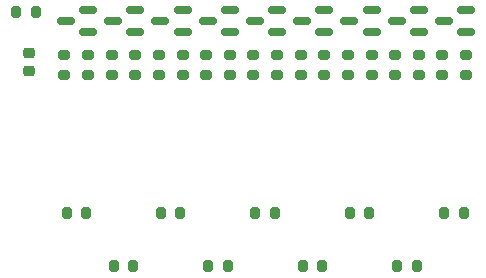
<source format=gtp>
%TF.GenerationSoftware,KiCad,Pcbnew,(6.0.2)*%
%TF.CreationDate,2022-02-22T17:34:29+01:00*%
%TF.ProjectId,temp_hotspot_detector,74656d70-5f68-46f7-9473-706f745f6465,rev?*%
%TF.SameCoordinates,Original*%
%TF.FileFunction,Paste,Top*%
%TF.FilePolarity,Positive*%
%FSLAX46Y46*%
G04 Gerber Fmt 4.6, Leading zero omitted, Abs format (unit mm)*
G04 Created by KiCad (PCBNEW (6.0.2)) date 2022-02-22 17:34:29*
%MOMM*%
%LPD*%
G01*
G04 APERTURE LIST*
G04 Aperture macros list*
%AMRoundRect*
0 Rectangle with rounded corners*
0 $1 Rounding radius*
0 $2 $3 $4 $5 $6 $7 $8 $9 X,Y pos of 4 corners*
0 Add a 4 corners polygon primitive as box body*
4,1,4,$2,$3,$4,$5,$6,$7,$8,$9,$2,$3,0*
0 Add four circle primitives for the rounded corners*
1,1,$1+$1,$2,$3*
1,1,$1+$1,$4,$5*
1,1,$1+$1,$6,$7*
1,1,$1+$1,$8,$9*
0 Add four rect primitives between the rounded corners*
20,1,$1+$1,$2,$3,$4,$5,0*
20,1,$1+$1,$4,$5,$6,$7,0*
20,1,$1+$1,$6,$7,$8,$9,0*
20,1,$1+$1,$8,$9,$2,$3,0*%
G04 Aperture macros list end*
%ADD10RoundRect,0.200000X0.275000X-0.200000X0.275000X0.200000X-0.275000X0.200000X-0.275000X-0.200000X0*%
%ADD11RoundRect,0.200000X-0.275000X0.200000X-0.275000X-0.200000X0.275000X-0.200000X0.275000X0.200000X0*%
%ADD12RoundRect,0.200000X-0.200000X-0.275000X0.200000X-0.275000X0.200000X0.275000X-0.200000X0.275000X0*%
%ADD13RoundRect,0.225000X-0.250000X0.225000X-0.250000X-0.225000X0.250000X-0.225000X0.250000X0.225000X0*%
%ADD14RoundRect,0.150000X0.587500X0.150000X-0.587500X0.150000X-0.587500X-0.150000X0.587500X-0.150000X0*%
G04 APERTURE END LIST*
D10*
X57000000Y-59325000D03*
X57000000Y-57675000D03*
D11*
X67000000Y-57675000D03*
X67000000Y-59325000D03*
D12*
X67175000Y-71000000D03*
X68825000Y-71000000D03*
X59175000Y-71000000D03*
X60825000Y-71000000D03*
D10*
X65000000Y-59325000D03*
X65000000Y-57675000D03*
D11*
X47000000Y-57675000D03*
X47000000Y-59325000D03*
X71000000Y-57675000D03*
X71000000Y-59325000D03*
D13*
X39990000Y-57500000D03*
X39990000Y-59050000D03*
D11*
X43000000Y-57675000D03*
X43000000Y-59325000D03*
D10*
X45000000Y-59325000D03*
X45000000Y-57675000D03*
D11*
X75000000Y-57675000D03*
X75000000Y-59325000D03*
D14*
X49000000Y-55750000D03*
X49000000Y-53850000D03*
X47125000Y-54800000D03*
X77000000Y-55750000D03*
X77000000Y-53850000D03*
X75125000Y-54800000D03*
D12*
X47175000Y-75500000D03*
X48825000Y-75500000D03*
D11*
X63000000Y-57675000D03*
X63000000Y-59325000D03*
X51000000Y-57675000D03*
X51000000Y-59325000D03*
D14*
X53000000Y-55750000D03*
X53000000Y-53850000D03*
X51125000Y-54800000D03*
D11*
X55000000Y-57675000D03*
X55000000Y-59325000D03*
D12*
X55175000Y-75500000D03*
X56825000Y-75500000D03*
D14*
X45000000Y-55750000D03*
X45000000Y-53850000D03*
X43125000Y-54800000D03*
X73000000Y-55750000D03*
X73000000Y-53850000D03*
X71125000Y-54800000D03*
D12*
X71175000Y-75500000D03*
X72825000Y-75500000D03*
D10*
X73000000Y-59325000D03*
X73000000Y-57675000D03*
D14*
X65000000Y-55750000D03*
X65000000Y-53850000D03*
X63125000Y-54800000D03*
X61000000Y-55750000D03*
X61000000Y-53850000D03*
X59125000Y-54800000D03*
D10*
X49000000Y-59325000D03*
X49000000Y-57675000D03*
X69000000Y-59325000D03*
X69000000Y-57675000D03*
D12*
X63175000Y-75500000D03*
X64825000Y-75500000D03*
X51175000Y-71000000D03*
X52825000Y-71000000D03*
D10*
X77000000Y-59325000D03*
X77000000Y-57675000D03*
D12*
X38925000Y-54000000D03*
X40575000Y-54000000D03*
D14*
X57000000Y-55750000D03*
X57000000Y-53850000D03*
X55125000Y-54800000D03*
D12*
X43175000Y-71000000D03*
X44825000Y-71000000D03*
X75175000Y-71000000D03*
X76825000Y-71000000D03*
D10*
X53000000Y-59325000D03*
X53000000Y-57675000D03*
D14*
X69000000Y-55750000D03*
X69000000Y-53850000D03*
X67125000Y-54800000D03*
D10*
X61000000Y-59325000D03*
X61000000Y-57675000D03*
D11*
X59000000Y-57675000D03*
X59000000Y-59325000D03*
M02*

</source>
